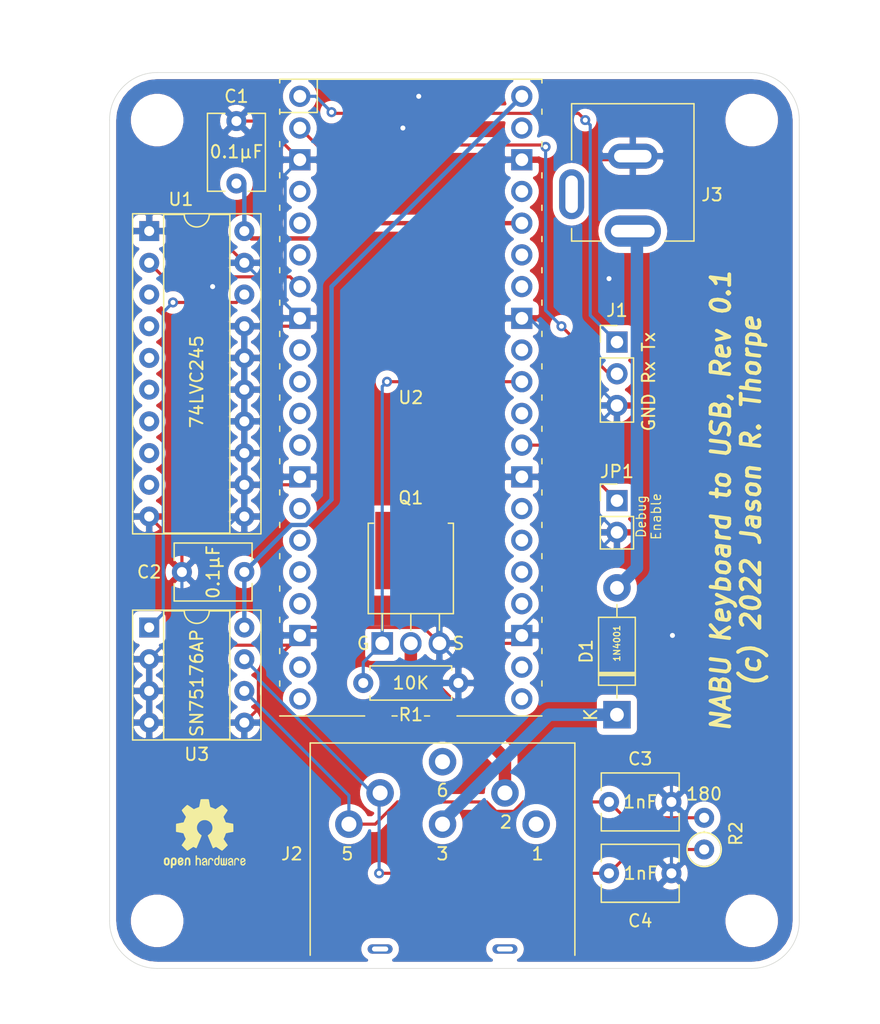
<source format=kicad_pcb>
(kicad_pcb (version 20171130) (host pcbnew "(5.1.12-1-10_14)")
  (title_block (title "NABU Keyboard to USB Adapter") (date 2022-12-19) (rev 0.1) (company "(c) 2022 Jason R. Thorpe. See LICENSE."))
  (layers (0 F.Cu signal) (31 B.Cu signal) (34 B.Paste user) (35 F.Paste user) (36 B.SilkS user) (37 F.SilkS user) (38 B.Mask user) (39 F.Mask user) (44 Edge.Cuts user))
  (net 0 "")
  (net 1 +5V)
  (net 2 GND)
  (net 3 +3V3)
  (net 4 "Net-(J1-Pad1)")
  (net 5 "Net-(J1-Pad2)")
  (net 6 +9V)
  (net 7 "Net-(JP1-Pad1)")
  (net 8 "Net-(Q1-Pad1)")
  (net 9 "Net-(U1-Pad2)")
  (net 10 "Net-(U1-Pad3)")
  (net 11 "Net-(U1-Pad4)")
  (net 12 "Net-(U1-Pad5)")
  (net 13 "Net-(U1-Pad6)")
  (net 14 "Net-(U1-Pad7)")
  (net 15 "Net-(U1-Pad8)")
  (net 16 "Net-(U1-Pad18)")
  (net 17 "Net-(U1-Pad9)")
  (net 18 "Net-(U2-Pad4)")
  (net 19 "Net-(U2-Pad5)")
  (net 20 "Net-(U2-Pad6)")
  (net 21 "Net-(U2-Pad9)")
  (net 22 "Net-(U2-Pad10)")
  (net 23 "Net-(U2-Pad11)")
  (net 24 "Net-(U2-Pad12)")
  (net 25 "Net-(U2-Pad14)")
  (net 26 "Net-(U2-Pad15)")
  (net 27 "Net-(U2-Pad16)")
  (net 28 "Net-(U2-Pad17)")
  (net 29 "Net-(U2-Pad24)")
  (net 30 "Net-(U2-Pad25)")
  (net 31 "Net-(U2-Pad26)")
  (net 32 "Net-(U2-Pad27)")
  (net 33 "Net-(U2-Pad30)")
  (net 34 "Net-(U2-Pad32)")
  (net 35 "Net-(U2-Pad34)")
  (net 36 "Net-(U2-Pad35)")
  (net 37 "Net-(U2-Pad37)")
  (net 38 "Net-(U2-Pad39)")
  (net 39 "Net-(U2-Pad20)")
  (net 40 "Net-(U2-Pad19)")
  (net 41 /9VRET)
  (net 42 "Net-(C3-Pad1)")
  (net 43 "Net-(C4-Pad1)")
  (net 44 "Net-(J2-Pad1)")
  (net 45 "Net-(J2-Pad6)")
  (net 46 "Net-(J3-Pad3)")
  (net 47 "Net-(U2-Pad22)")
  (net 48 "Net-(U2-Pad21)")
  (net 49 "Net-(D1-Pad1)")
  (module Symbol:OSHW-Logo2_7.3x6mm_SilkScreen (layer F.Cu) (at 125.095 124.46)
    (fp_text reference REF** hide)
    (fp_text value OSHW-Logo2_7.3x6mm_SilkScreen hide)
  )
  (module Package_DIP:DIP-8_W7.62mm_Socket (layer F.Cu) (at 120.65 107.95)
    (fp_text reference U3 (at 3.81 10.16) (layer F.SilkS))
    (fp_text value SN75176AP (at 3.81 4.445 90) (layer F.SilkS))
    (pad 1 thru_hole rect (at 0 0) (size 1.6 1.6) (drill 0.8) (layers *.Cu *.Mask) (net 16 "Net-(U1-Pad18)"))
    (pad 5 thru_hole oval (at 7.62 7.62) (size 1.6 1.6) (drill 0.8) (layers *.Cu *.Mask) (net 2 GND))
    (pad 2 thru_hole oval (at 0 2.54) (size 1.6 1.6) (drill 0.8) (layers *.Cu *.Mask) (net 2 GND))
    (pad 6 thru_hole oval (at 7.62 5.08) (size 1.6 1.6) (drill 0.8) (layers *.Cu *.Mask) (net 42 "Net-(C3-Pad1)"))
    (pad 3 thru_hole oval (at 0 5.08) (size 1.6 1.6) (drill 0.8) (layers *.Cu *.Mask) (net 2 GND))
    (pad 7 thru_hole oval (at 7.62 2.54) (size 1.6 1.6) (drill 0.8) (layers *.Cu *.Mask) (net 43 "Net-(C4-Pad1)"))
    (pad 4 thru_hole oval (at 0 7.62) (size 1.6 1.6) (drill 0.8) (layers *.Cu *.Mask) (net 2 GND))
    (pad 8 thru_hole oval (at 7.62 0) (size 1.6 1.6) (drill 0.8) (layers *.Cu *.Mask) (net 1 +5V))
  )
  (module jrt-Connectors:Jack_DIN-6_CLIFF_FC680806 (layer F.Cu) (at 144.145 133.7 180)
    (fp_text reference J2 (at 12.065 7.62) (layer F.SilkS))
    (fp_text value DIN-6 hide)
    (fp_text user 6 (at 0 12.7) (layer F.SilkS))
    (fp_text user 5 (at 7.62 7.62) (layer F.SilkS))
    (fp_text user 3 (at 0 7.62) (layer F.SilkS))
    (fp_text user 2 (at -5.08 10.16) (layer F.SilkS))
    (fp_text user 1 (at -7.62 7.62) (layer F.SilkS))
    (pad 2 thru_hole circle (at -5 12.5 180) (size 2.2 2.2) (drill 1.2) (layers *.Cu *.Mask) (net 41 /9VRET))
    (pad 4 thru_hole circle (at 5 12.5 180) (size 2.2 2.2) (drill 1.2) (layers *.Cu *.Mask) (net 43 "Net-(C4-Pad1)"))
    (pad 6 thru_hole circle (at 0 15 180) (size 2.2 2.2) (drill 1.2) (layers *.Cu *.Mask) (net 45 "Net-(J2-Pad6)"))
    (pad 5 thru_hole circle (at 7.5 10 180) (size 2.2 2.2) (drill 1.2) (layers *.Cu *.Mask) (net 42 "Net-(C3-Pad1)"))
    (pad 1 thru_hole circle (at -7.5 10 180) (size 2.2 2.2) (drill 1.2) (layers *.Cu *.Mask) (net 44 "Net-(J2-Pad1)"))
    (pad 3 thru_hole circle (at 0 10 180) (size 2.2 2.2) (drill 1.2) (layers *.Cu *.Mask) (net 49 "Net-(D1-Pad1)"))
    (pad "" thru_hole oval (at 5 0 180) (size 2 0.75) (drill oval 1.3 0.4) (layers *.Cu *.Mask))
    (pad "" thru_hole oval (at -5 0 180) (size 2 0.75) (drill oval 1.3 0.4) (layers *.Cu *.Mask))
  )
  (module jrt-RPi_Pico:RPi_Pico_TH (layer F.Cu) (at 141.605 89.535)
    (fp_text reference U2 (at 0 0) (layer F.SilkS))
    (fp_text value Pico)
    (pad 40 thru_hole oval (at 8.89 -24.13) (size 1.7 1.7) (drill 1.02) (layers *.Cu *.Mask) (net 1 +5V))
    (pad 39 thru_hole oval (at 8.89 -21.59) (size 1.7 1.7) (drill 1.02) (layers *.Cu *.Mask) (net 38 "Net-(U2-Pad39)"))
    (pad 38 thru_hole rect (at 8.89 -19.05) (size 1.7 1.7) (drill 1.02) (layers *.Cu *.Mask) (net 2 GND))
    (pad 37 thru_hole oval (at 8.89 -16.51) (size 1.7 1.7) (drill 1.02) (layers *.Cu *.Mask) (net 37 "Net-(U2-Pad37)"))
    (pad 36 thru_hole oval (at 8.89 -13.97) (size 1.7 1.7) (drill 1.02) (layers *.Cu *.Mask) (net 3 +3V3))
    (pad 35 thru_hole oval (at 8.89 -11.43) (size 1.7 1.7) (drill 1.02) (layers *.Cu *.Mask) (net 36 "Net-(U2-Pad35)"))
    (pad 34 thru_hole oval (at 8.89 -8.89) (size 1.7 1.7) (drill 1.02) (layers *.Cu *.Mask) (net 35 "Net-(U2-Pad34)"))
    (pad 33 thru_hole rect (at 8.89 -6.35) (size 1.7 1.7) (drill 1.02) (layers *.Cu *.Mask) (net 2 GND))
    (pad 32 thru_hole oval (at 8.89 -3.81) (size 1.7 1.7) (drill 1.02) (layers *.Cu *.Mask) (net 34 "Net-(U2-Pad32)"))
    (pad 31 thru_hole oval (at 8.89 -1.27) (size 1.7 1.7) (drill 1.02) (layers *.Cu *.Mask) (net 8 "Net-(Q1-Pad1)"))
    (pad 30 thru_hole oval (at 8.89 1.27) (size 1.7 1.7) (drill 1.02) (layers *.Cu *.Mask) (net 33 "Net-(U2-Pad30)"))
    (pad 29 thru_hole oval (at 8.89 3.81) (size 1.7 1.7) (drill 1.02) (layers *.Cu *.Mask) (net 7 "Net-(JP1-Pad1)"))
    (pad 28 thru_hole rect (at 8.89 6.35) (size 1.7 1.7) (drill 1.02) (layers *.Cu *.Mask) (net 2 GND))
    (pad 27 thru_hole oval (at 8.89 8.89) (size 1.7 1.7) (drill 1.02) (layers *.Cu *.Mask) (net 32 "Net-(U2-Pad27)"))
    (pad 26 thru_hole oval (at 8.89 11.43) (size 1.7 1.7) (drill 1.02) (layers *.Cu *.Mask) (net 31 "Net-(U2-Pad26)"))
    (pad 25 thru_hole oval (at 8.89 13.97) (size 1.7 1.7) (drill 1.02) (layers *.Cu *.Mask) (net 30 "Net-(U2-Pad25)"))
    (pad 24 thru_hole oval (at 8.89 16.51) (size 1.7 1.7) (drill 1.02) (layers *.Cu *.Mask) (net 29 "Net-(U2-Pad24)"))
    (pad 23 thru_hole rect (at 8.89 19.05) (size 1.7 1.7) (drill 1.02) (layers *.Cu *.Mask) (net 2 GND))
    (pad 22 thru_hole oval (at 8.89 21.59) (size 1.7 1.7) (drill 1.02) (layers *.Cu *.Mask) (net 47 "Net-(U2-Pad22)"))
    (pad 21 thru_hole oval (at 8.89 24.13) (size 1.7 1.7) (drill 1.02) (layers *.Cu *.Mask) (net 48 "Net-(U2-Pad21)"))
    (pad 20 thru_hole oval (at -8.89 24.13) (size 1.7 1.7) (drill 1.02) (layers *.Cu *.Mask) (net 39 "Net-(U2-Pad20)"))
    (pad 19 thru_hole oval (at -8.89 21.59) (size 1.7 1.7) (drill 1.02) (layers *.Cu *.Mask) (net 40 "Net-(U2-Pad19)"))
    (pad 18 thru_hole rect (at -8.89 19.05) (size 1.7 1.7) (drill 1.02) (layers *.Cu *.Mask) (net 2 GND))
    (pad 17 thru_hole oval (at -8.89 16.51) (size 1.7 1.7) (drill 1.02) (layers *.Cu *.Mask) (net 28 "Net-(U2-Pad17)"))
    (pad 16 thru_hole oval (at -8.89 13.97) (size 1.7 1.7) (drill 1.02) (layers *.Cu *.Mask) (net 27 "Net-(U2-Pad16)"))
    (pad 15 thru_hole oval (at -8.89 11.43) (size 1.7 1.7) (drill 1.02) (layers *.Cu *.Mask) (net 26 "Net-(U2-Pad15)"))
    (pad 14 thru_hole oval (at -8.89 8.89) (size 1.7 1.7) (drill 1.02) (layers *.Cu *.Mask) (net 25 "Net-(U2-Pad14)"))
    (pad 13 thru_hole rect (at -8.89 6.35) (size 1.7 1.7) (drill 1.02) (layers *.Cu *.Mask) (net 2 GND))
    (pad 12 thru_hole oval (at -8.89 3.81) (size 1.7 1.7) (drill 1.02) (layers *.Cu *.Mask) (net 24 "Net-(U2-Pad12)"))
    (pad 11 thru_hole oval (at -8.89 1.27) (size 1.7 1.7) (drill 1.02) (layers *.Cu *.Mask) (net 23 "Net-(U2-Pad11)"))
    (pad 10 thru_hole oval (at -8.89 -1.27) (size 1.7 1.7) (drill 1.02) (layers *.Cu *.Mask) (net 22 "Net-(U2-Pad10)"))
    (pad 9 thru_hole oval (at -8.89 -3.81) (size 1.7 1.7) (drill 1.02) (layers *.Cu *.Mask) (net 21 "Net-(U2-Pad9)"))
    (pad 8 thru_hole rect (at -8.89 -6.35) (size 1.7 1.7) (drill 1.02) (layers *.Cu *.Mask) (net 2 GND))
    (pad 7 thru_hole oval (at -8.89 -8.89) (size 1.7 1.7) (drill 1.02) (layers *.Cu *.Mask) (net 9 "Net-(U1-Pad2)"))
    (pad 6 thru_hole oval (at -8.89 -11.43) (size 1.7 1.7) (drill 1.02) (layers *.Cu *.Mask) (net 20 "Net-(U2-Pad6)"))
    (pad 5 thru_hole oval (at -8.89 -13.97) (size 1.7 1.7) (drill 1.02) (layers *.Cu *.Mask) (net 19 "Net-(U2-Pad5)"))
    (pad 4 thru_hole oval (at -8.89 -16.51) (size 1.7 1.7) (drill 1.02) (layers *.Cu *.Mask) (net 18 "Net-(U2-Pad4)"))
    (pad 3 thru_hole rect (at -8.89 -19.05) (size 1.7 1.7) (drill 1.02) (layers *.Cu *.Mask) (net 2 GND))
    (pad 2 thru_hole oval (at -8.89 -21.59) (size 1.7 1.7) (drill 1.02) (layers *.Cu *.Mask) (net 5 "Net-(J1-Pad2)"))
    (pad 1 thru_hole oval (at -8.89 -24.13) (size 1.7 1.7) (drill 1.02) (layers *.Cu *.Mask) (net 4 "Net-(J1-Pad1)"))
  )
  (module MountingHole:MountingHole_3.2mm_M3 (layer F.Cu) (at 168.91 67.31)
    (fp_text reference REF** hide)
    (fp_text value MountingHole_3.2mm_M3 hide)
    (pad 1 np_thru_hole circle (at 0 0) (size 3.2 3.2) (drill 3.2) (layers *.Cu *.Mask))
  )
  (module MountingHole:MountingHole_3.2mm_M3 (layer F.Cu) (at 168.91 131.445)
    (fp_text reference REF** hide)
    (fp_text value MountingHole_3.2mm_M3 hide)
    (pad 1 np_thru_hole circle (at 0 0) (size 3.2 3.2) (drill 3.2) (layers *.Cu *.Mask))
  )
  (module MountingHole:MountingHole_3.2mm_M3 (layer F.Cu) (at 121.285 131.445)
    (fp_text reference REF** hide)
    (fp_text value MountingHole_3.2mm_M3 hide)
    (pad 1 np_thru_hole circle (at 0 0) (size 3.2 3.2) (drill 3.2) (layers *.Cu *.Mask))
  )
  (module MountingHole:MountingHole_3.2mm_M3 (layer F.Cu) (at 121.285 67.31)
    (fp_text reference REF** hide)
    (fp_text value MountingHole_3.2mm_M3 hide)
    (pad 1 np_thru_hole circle (at 0 0) (size 3.2 3.2) (drill 3.2) (layers *.Cu *.Mask))
  )
  (module Connector_PinHeader_2.54mm:PinHeader_1x03_P2.54mm_Vertical (layer F.Cu) (at 158.115 85.09)
    (fp_text reference J1 (at 0 -2.54) (layer F.SilkS))
    (fp_text value "Console UART header" hide)
    (pad 1 thru_hole rect (at 0 0) (size 1.7 1.7) (drill 1) (layers *.Cu *.Mask) (net 4 "Net-(J1-Pad1)"))
    (pad 2 thru_hole oval (at 0 2.54) (size 1.7 1.7) (drill 1) (layers *.Cu *.Mask) (net 5 "Net-(J1-Pad2)"))
    (pad 3 thru_hole oval (at 0 5.08) (size 1.7 1.7) (drill 1) (layers *.Cu *.Mask) (net 2 GND))
  )
  (module Connector_PinHeader_2.54mm:PinHeader_1x02_P2.54mm_Vertical (layer F.Cu) (at 158.115 97.79)
    (fp_text reference JP1 (at 0 -2.33) (layer F.SilkS))
    (fp_text value "Debug Enable" hide)
    (pad 1 thru_hole rect (at 0 0) (size 1.7 1.7) (drill 1) (layers *.Cu *.Mask) (net 7 "Net-(JP1-Pad1)"))
    (pad 2 thru_hole oval (at 0 2.54) (size 1.7 1.7) (drill 1) (layers *.Cu *.Mask) (net 2 GND))
  )
  (module Package_DIP:DIP-20_W7.62mm_Socket (layer F.Cu) (at 120.65 76.2)
    (fp_text reference U1 (at 2.54 -2.54) (layer F.SilkS))
    (fp_text value 74LVC245 (at 3.81 12.065 90) (layer F.SilkS))
    (pad 1 thru_hole rect (at 0 0) (size 1.6 1.6) (drill 0.8) (layers *.Cu *.Mask) (net 2 GND))
    (pad 11 thru_hole oval (at 7.62 22.86) (size 1.6 1.6) (drill 0.8) (layers *.Cu *.Mask) (net 2 GND))
    (pad 2 thru_hole oval (at 0 2.54) (size 1.6 1.6) (drill 0.8) (layers *.Cu *.Mask) (net 9 "Net-(U1-Pad2)"))
    (pad 12 thru_hole oval (at 7.62 20.32) (size 1.6 1.6) (drill 0.8) (layers *.Cu *.Mask) (net 2 GND))
    (pad 3 thru_hole oval (at 0 5.08) (size 1.6 1.6) (drill 0.8) (layers *.Cu *.Mask) (net 10 "Net-(U1-Pad3)"))
    (pad 13 thru_hole oval (at 7.62 17.78) (size 1.6 1.6) (drill 0.8) (layers *.Cu *.Mask) (net 2 GND))
    (pad 4 thru_hole oval (at 0 7.62) (size 1.6 1.6) (drill 0.8) (layers *.Cu *.Mask) (net 11 "Net-(U1-Pad4)"))
    (pad 14 thru_hole oval (at 7.62 15.24) (size 1.6 1.6) (drill 0.8) (layers *.Cu *.Mask) (net 2 GND))
    (pad 5 thru_hole oval (at 0 10.16) (size 1.6 1.6) (drill 0.8) (layers *.Cu *.Mask) (net 12 "Net-(U1-Pad5)"))
    (pad 15 thru_hole oval (at 7.62 12.7) (size 1.6 1.6) (drill 0.8) (layers *.Cu *.Mask) (net 2 GND))
    (pad 6 thru_hole oval (at 0 12.7) (size 1.6 1.6) (drill 0.8) (layers *.Cu *.Mask) (net 13 "Net-(U1-Pad6)"))
    (pad 16 thru_hole oval (at 7.62 10.16) (size 1.6 1.6) (drill 0.8) (layers *.Cu *.Mask) (net 2 GND))
    (pad 7 thru_hole oval (at 0 15.24) (size 1.6 1.6) (drill 0.8) (layers *.Cu *.Mask) (net 14 "Net-(U1-Pad7)"))
    (pad 17 thru_hole oval (at 7.62 7.62) (size 1.6 1.6) (drill 0.8) (layers *.Cu *.Mask) (net 2 GND))
    (pad 8 thru_hole oval (at 0 17.78) (size 1.6 1.6) (drill 0.8) (layers *.Cu *.Mask) (net 15 "Net-(U1-Pad8)"))
    (pad 18 thru_hole oval (at 7.62 5.08) (size 1.6 1.6) (drill 0.8) (layers *.Cu *.Mask) (net 16 "Net-(U1-Pad18)"))
    (pad 9 thru_hole oval (at 0 20.32) (size 1.6 1.6) (drill 0.8) (layers *.Cu *.Mask) (net 17 "Net-(U1-Pad9)"))
    (pad 19 thru_hole oval (at 7.62 2.54) (size 1.6 1.6) (drill 0.8) (layers *.Cu *.Mask) (net 2 GND))
    (pad 10 thru_hole oval (at 0 22.86) (size 1.6 1.6) (drill 0.8) (layers *.Cu *.Mask) (net 2 GND))
    (pad 20 thru_hole oval (at 7.62 0) (size 1.6 1.6) (drill 0.8) (layers *.Cu *.Mask) (net 3 +3V3))
  )
  (module Package_TO_SOT_THT:TO-251-3-1EP_Horizontal_TabDown (layer F.Cu) (at 139.315 109.22)
    (fp_text reference Q1 (at 2.29 -11.653333) (layer F.SilkS))
    (fp_text value IRLU110PBF hide)
    (pad 4 smd rect (at 2.29 -7.433333) (size 5.7 6.2) (layers F.Cu F.Paste F.Mask))
    (pad 1 thru_hole rect (at 0 0) (size 1.7175 1.8) (drill 1.1) (layers *.Cu *.Mask) (net 8 "Net-(Q1-Pad1)"))
    (pad 2 thru_hole oval (at 2.29 0) (size 1.7175 1.8) (drill 1.1) (layers *.Cu *.Mask) (net 41 /9VRET))
    (pad 3 thru_hole oval (at 4.58 0) (size 1.7175 1.8) (drill 1.1) (layers *.Cu *.Mask) (net 2 GND))
  )
  (module Capacitor_THT:C_Disc_D6.0mm_W4.4mm_P5.00mm (layer F.Cu) (at 157.48 121.92)
    (fp_text reference C3 (at 2.5 -3.45) (layer F.SilkS))
    (fp_text value 1nF (at 2.5 0) (layer F.SilkS))
    (pad 1 thru_hole circle (at 0 0) (size 1.6 1.6) (drill 0.8) (layers *.Cu *.Mask) (net 42 "Net-(C3-Pad1)"))
    (pad 2 thru_hole circle (at 5 0) (size 1.6 1.6) (drill 0.8) (layers *.Cu *.Mask) (net 2 GND))
  )
  (module Capacitor_THT:C_Disc_D6.0mm_W4.4mm_P5.00mm (layer F.Cu) (at 157.48 127.635)
    (fp_text reference C4 (at 2.5 3.81) (layer F.SilkS))
    (fp_text value 1nF (at 2.54 0) (layer F.SilkS))
    (pad 2 thru_hole circle (at 5 0) (size 1.6 1.6) (drill 0.8) (layers *.Cu *.Mask) (net 2 GND))
    (pad 1 thru_hole circle (at 0 0) (size 1.6 1.6) (drill 0.8) (layers *.Cu *.Mask) (net 43 "Net-(C4-Pad1)"))
  )
  (module Resistor_THT:R_Axial_DIN0207_L6.3mm_D2.5mm_P7.62mm_Horizontal (layer F.Cu) (at 137.795 112.395)
    (fp_text reference R1 (at 3.81 2.54) (layer F.SilkS))
    (fp_text value 10K (at 3.81 0) (layer F.SilkS))
    (pad 1 thru_hole circle (at 0 0) (size 1.6 1.6) (drill 0.8) (layers *.Cu *.Mask) (net 8 "Net-(Q1-Pad1)"))
    (pad 2 thru_hole oval (at 7.62 0) (size 1.6 1.6) (drill 0.8) (layers *.Cu *.Mask) (net 2 GND))
  )
  (module Resistor_THT:R_Axial_DIN0207_L6.3mm_D2.5mm_P2.54mm_Vertical (layer F.Cu) (at 165.1 125.73 90)
    (fp_text reference R2 (at 1.27 2.54 90) (layer F.SilkS))
    (fp_text value 180 (at 4.445 0 180) (layer F.SilkS))
    (pad 1 thru_hole circle (at 0 0 90) (size 1.6 1.6) (drill 0.8) (layers *.Cu *.Mask) (net 43 "Net-(C4-Pad1)"))
    (pad 2 thru_hole oval (at 2.54 0 90) (size 1.6 1.6) (drill 0.8) (layers *.Cu *.Mask) (net 42 "Net-(C3-Pad1)"))
  )
  (module Capacitor_THT:C_Disc_D6.0mm_W4.4mm_P5.00mm (layer F.Cu) (at 127.635 72.39 90)
    (fp_text reference C1 (at 6.985 0 180) (layer F.SilkS))
    (fp_text value 0.1µF (at 2.54 0 180) (layer F.SilkS))
    (pad 1 thru_hole circle (at 0 0 90) (size 1.6 1.6) (drill 0.8) (layers *.Cu *.Mask) (net 3 +3V3))
    (pad 2 thru_hole circle (at 5 0 90) (size 1.6 1.6) (drill 0.8) (layers *.Cu *.Mask) (net 2 GND))
  )
  (module Capacitor_THT:C_Disc_D6.0mm_W4.4mm_P5.00mm (layer F.Cu) (at 128.27 103.505 180)
    (fp_text reference C2 (at 7.62 0) (layer F.SilkS))
    (fp_text value 0.1µF (at 2.5 0 90) (layer F.SilkS))
    (pad 2 thru_hole circle (at 5 0 180) (size 1.6 1.6) (drill 0.8) (layers *.Cu *.Mask) (net 2 GND))
    (pad 1 thru_hole circle (at 0 0 180) (size 1.6 1.6) (drill 0.8) (layers *.Cu *.Mask) (net 1 +5V))
  )
  (module jrt-Connectors:Kobiconn_163-179PH-EX-5_5-2_1mm-1_5A (layer F.Cu) (at 159.385 62.5)
    (fp_text reference J3 (at 6.35 10.795) (layer F.SilkS))
    (fp_text value "9V input" hide)
    (pad 2 thru_hole oval (at 0 7.7) (size 4 2) (drill oval 3 1) (layers *.Cu *.Mask) (net 2 GND))
    (pad 1 thru_hole oval (at 0 13.7) (size 4.5 2.5) (drill oval 3.5 1) (layers *.Cu *.Mask) (net 6 +9V))
    (pad 3 thru_hole oval (at -4.9 10.75 270) (size 4 2) (drill oval 3 1) (layers *.Cu *.Mask) (net 46 "Net-(J3-Pad3)"))
  )
  (module Diode_THT:D_DO-41_SOD81_P10.16mm_Horizontal (layer F.Cu) (at 158.115 114.935 90)
    (fp_text reference D1 (at 5.08 -2.47 90) (layer F.SilkS))
    (fp_text value 1N4001 (at 5.715 0 90) (layer F.SilkS) (effects (font (size 0.5 0.5) (thickness 0.1))))
    (fp_text user K (at 0 -2.1 90) (layer F.SilkS))
    (pad 1 thru_hole rect (at 0 0 90) (size 2.2 2.2) (drill 1.1) (layers *.Cu *.Mask) (net 49 "Net-(D1-Pad1)"))
    (pad 2 thru_hole oval (at 10.16 0 90) (size 2.2 2.2) (drill 1.1) (layers *.Cu *.Mask) (net 6 +9V))
  )
  (gr_text S (at 145.415 109.22) (layer F.SilkS) (effects (font (size 1 1))))
  (gr_text G (at 137.795 109.22) (layer F.SilkS) (effects (font (size 1 1))))
  (gr_text "NABU Keyboard to USB, Rev 0.1\n(c) 2022 Jason R. Thorpe" (at 167.64 97.79 90) (layer F.SilkS) (effects (font (size 1.5 1.5) (thickness 0.3) italic)))
  (gr_arc (start 121.285 131.445) (end 117.475 131.445) (angle -90) (layer Edge.Cuts) (width 0.05))
  (gr_arc (start 168.91 131.445) (end 168.91 135.255) (angle -90) (layer Edge.Cuts) (width 0.05))
  (gr_arc (start 168.91 67.31) (end 172.72 67.31) (angle -90) (layer Edge.Cuts) (width 0.05))
  (gr_arc (start 121.285 67.31) (end 121.285 63.5) (angle -90) (layer Edge.Cuts) (width 0.05))
  (gr_line (start 117.475 131.445) (end 117.475 67.31) (layer Edge.Cuts) (width 0.05))
  (gr_line (start 168.91 135.255) (end 121.285 135.255) (layer Edge.Cuts) (width 0.05))
  (gr_line (start 172.72 67.31) (end 172.72 131.445) (layer Edge.Cuts) (width 0.05))
  (gr_line (start 121.285 63.5) (end 168.91 63.5) (layer Edge.Cuts) (width 0.05))
  (gr_text "Debug\nEnable" (at 160.655 99.06 90) (layer F.SilkS) (effects (font (size 0.75 0.75) (thickness 0.1))))
  (gr_text "GND Rx Tx" (at 160.655 88.265 90) (layer F.SilkS) (effects (font (size 1 1))))
  (segment (start 133.213003 99.739999) (end 132.035001 99.739999) (width 0.35) (layer B.Cu) (net 1))
  (segment (start 135.255 80.645) (end 135.255 97.698002) (width 0.35) (layer B.Cu) (net 1))
  (segment (start 135.255 97.698002) (end 133.213003 99.739999) (width 0.35) (layer B.Cu) (net 1))
  (segment (start 150.495 65.405) (end 135.255 80.645) (width 0.35) (layer B.Cu) (net 1))
  (segment (start 128.27 107.95) (end 128.27 103.505) (width 0.35) (layer B.Cu) (net 1))
  (segment (start 132.035001 99.739999) (end 128.27 103.505) (width 0.35) (layer B.Cu) (net 1))
  (segment (start 142.61999 107.94499) (end 143.895 109.22) (width 0.25) (layer F.Cu) (net 2))
  (segment (start 133.35501 107.94499) (end 142.61999 107.94499) (width 0.25) (layer F.Cu) (net 2))
  (segment (start 132.715 108.585) (end 133.35501 107.94499) (width 0.25) (layer F.Cu) (net 2))
  (segment (start 149.86 109.22) (end 150.495 108.585) (width 0.25) (layer F.Cu) (net 2))
  (segment (start 143.895 109.22) (end 149.86 109.22) (width 0.25) (layer F.Cu) (net 2))
  (segment (start 152.4 95.885) (end 158.115 90.17) (width 0.25) (layer B.Cu) (net 2))
  (segment (start 150.495 95.885) (end 152.4 95.885) (width 0.25) (layer B.Cu) (net 2))
  (segment (start 153.67 95.885) (end 158.115 100.33) (width 0.25) (layer B.Cu) (net 2))
  (segment (start 150.495 95.885) (end 153.67 95.885) (width 0.25) (layer B.Cu) (net 2))
  (segment (start 128.27 99.06) (end 128.27 96.52) (width 0.25) (layer B.Cu) (net 2))
  (segment (start 128.27 96.52) (end 128.27 93.98) (width 0.25) (layer B.Cu) (net 2))
  (segment (start 128.27 93.98) (end 128.27 91.44) (width 0.25) (layer B.Cu) (net 2))
  (segment (start 128.27 91.44) (end 128.27 88.9) (width 0.25) (layer B.Cu) (net 2))
  (segment (start 128.27 88.9) (end 128.27 86.36) (width 0.25) (layer B.Cu) (net 2))
  (segment (start 128.27 86.36) (end 128.27 83.82) (width 0.25) (layer B.Cu) (net 2))
  (segment (start 132.08 83.82) (end 132.715 83.185) (width 0.25) (layer F.Cu) (net 2))
  (segment (start 128.27 83.82) (end 132.08 83.82) (width 0.25) (layer F.Cu) (net 2))
  (segment (start 132.08 96.52) (end 132.715 95.885) (width 0.25) (layer F.Cu) (net 2))
  (segment (start 128.27 96.52) (end 132.08 96.52) (width 0.25) (layer F.Cu) (net 2))
  (segment (start 125.73 76.2) (end 128.27 78.74) (width 0.25) (layer F.Cu) (net 2))
  (segment (start 120.65 76.2) (end 125.73 76.2) (width 0.25) (layer F.Cu) (net 2))
  (segment (start 129.62 67.39) (end 132.715 70.485) (width 0.25) (layer F.Cu) (net 2))
  (segment (start 128.27 67.39) (end 129.62 67.39) (width 0.25) (layer F.Cu) (net 2))
  (segment (start 131.539999 82.009999) (end 132.715 83.185) (width 0.25) (layer B.Cu) (net 2))
  (segment (start 131.539999 71.660001) (end 131.539999 82.009999) (width 0.25) (layer B.Cu) (net 2))
  (segment (start 132.715 70.485) (end 131.539999 71.660001) (width 0.25) (layer B.Cu) (net 2))
  (segment (start 151.13 83.185) (end 158.115 90.17) (width 0.25) (layer B.Cu) (net 2))
  (segment (start 150.495 83.185) (end 151.13 83.185) (width 0.25) (layer B.Cu) (net 2))
  (segment (start 128.27 78.74) (end 132.715 83.185) (width 0.25) (layer B.Cu) (net 2))
  (segment (start 145.415 110.74) (end 143.895 109.22) (width 0.25) (layer B.Cu) (net 2))
  (segment (start 145.415 112.395) (end 145.415 110.74) (width 0.25) (layer B.Cu) (net 2))
  (segment (start 162.48 127.635) (end 162.48 121.92) (width 0.25) (layer B.Cu) (net 2))
  (segment (start 162.48 108.665) (end 162.56 108.585) (width 0.25) (layer B.Cu) (net 2))
  (via (at 162.56 108.585) (size 0.8) (drill 0.4) (layers F.Cu B.Cu) (net 2))
  (segment (start 162.48 121.92) (end 162.48 108.665) (width 0.25) (layer B.Cu) (net 2))
  (segment (start 162.56 108.585) (end 150.495 108.585) (width 0.25) (layer F.Cu) (net 2))
  (segment (start 150.495 107.95) (end 158.115 100.33) (width 0.25) (layer B.Cu) (net 2))
  (segment (start 150.495 108.585) (end 150.495 107.95) (width 0.25) (layer B.Cu) (net 2))
  (segment (start 158.83 70.485) (end 159.385 69.93) (width 0.25) (layer F.Cu) (net 2))
  (segment (start 129.395001 111.904999) (end 132.715 108.585) (width 0.25) (layer F.Cu) (net 2))
  (segment (start 129.395001 114.444999) (end 129.395001 111.904999) (width 0.25) (layer F.Cu) (net 2))
  (segment (start 128.27 115.57) (end 129.395001 114.444999) (width 0.25) (layer F.Cu) (net 2))
  (segment (start 120.65 110.49) (end 120.65 113.03) (width 0.25) (layer B.Cu) (net 2))
  (segment (start 120.65 113.03) (end 120.65 115.57) (width 0.25) (layer B.Cu) (net 2))
  (segment (start 121.775001 109.364999) (end 120.65 110.49) (width 0.25) (layer F.Cu) (net 2))
  (segment (start 131.935001 109.364999) (end 121.775001 109.364999) (width 0.25) (layer F.Cu) (net 2))
  (segment (start 132.715 108.585) (end 131.935001 109.364999) (width 0.25) (layer F.Cu) (net 2))
  (segment (start 123.27 107.87) (end 123.27 103.505) (width 0.25) (layer B.Cu) (net 2))
  (segment (start 120.65 110.49) (end 123.27 107.87) (width 0.25) (layer B.Cu) (net 2))
  (segment (start 127.715 99.06) (end 128.27 99.06) (width 0.25) (layer B.Cu) (net 2))
  (segment (start 123.27 103.505) (end 127.715 99.06) (width 0.25) (layer B.Cu) (net 2))
  (segment (start 123.27 101.68) (end 120.65 99.06) (width 0.25) (layer F.Cu) (net 2))
  (segment (start 123.27 103.505) (end 123.27 101.68) (width 0.25) (layer F.Cu) (net 2))
  (via (at 142.24 65.405) (size 0.8) (drill 0.4) (layers F.Cu B.Cu) (net 2))
  (via (at 140.97 67.945) (size 0.8) (drill 0.4) (layers F.Cu B.Cu) (net 2))
  (via (at 125.73 80.645) (size 0.8) (drill 0.4) (layers F.Cu B.Cu) (net 2))
  (via (at 157.48 80.01) (size 0.8) (drill 0.4) (layers F.Cu B.Cu) (net 2))
  (segment (start 159.1 70.485) (end 159.385 70.2) (width 0.25) (layer F.Cu) (net 2))
  (segment (start 150.495 70.485) (end 159.1 70.485) (width 0.25) (layer F.Cu) (net 2))
  (segment (start 128.27 72.39) (end 128.27 76.2) (width 0.35) (layer B.Cu) (net 3))
  (segment (start 128.27 76.2) (end 128.860001 76.790001) (width 0.35) (layer F.Cu) (net 3))
  (segment (start 128.860001 76.790001) (end 135.422995 76.790001) (width 0.35) (layer F.Cu) (net 3))
  (segment (start 135.422995 76.790001) (end 136.647996 75.565) (width 0.35) (layer F.Cu) (net 3))
  (segment (start 136.647996 75.565) (end 150.495 75.565) (width 0.35) (layer F.Cu) (net 3))
  (via (at 155.575 67.31) (size 0.8) (drill 0.4) (layers F.Cu B.Cu) (net 4))
  (segment (start 155.034999 66.769999) (end 155.575 67.31) (width 0.25) (layer F.Cu) (net 4))
  (segment (start 135.349999 66.769999) (end 155.034999 66.769999) (width 0.25) (layer F.Cu) (net 4))
  (segment (start 157.259988 84.234988) (end 158.115 85.09) (width 0.25) (layer B.Cu) (net 4))
  (segment (start 133.985 65.405) (end 135.255 66.675) (width 0.25) (layer B.Cu) (net 4))
  (via (at 135.255 66.675) (size 0.8) (drill 0.4) (layers F.Cu B.Cu) (net 4))
  (segment (start 132.715 65.405) (end 133.985 65.405) (width 0.25) (layer B.Cu) (net 4))
  (segment (start 155.974999 82.949999) (end 158.115 85.09) (width 0.25) (layer B.Cu) (net 4))
  (segment (start 155.974999 67.709999) (end 155.974999 82.949999) (width 0.25) (layer B.Cu) (net 4))
  (segment (start 155.575 67.31) (end 155.974999 67.709999) (width 0.25) (layer B.Cu) (net 4))
  (via (at 153.67 83.82) (size 0.8) (drill 0.4) (layers F.Cu B.Cu) (net 5))
  (segment (start 157.48 87.63) (end 158.115 87.63) (width 0.25) (layer F.Cu) (net 5))
  (segment (start 153.67 83.82) (end 157.48 87.63) (width 0.25) (layer F.Cu) (net 5))
  (via (at 152.4 69.455165) (size 0.8) (drill 0.4) (layers F.Cu B.Cu) (net 5))
  (segment (start 153.67 83.82) (end 152.4 82.55) (width 0.25) (layer B.Cu) (net 5))
  (segment (start 152.249845 69.30501) (end 152.4 69.455165) (width 0.25) (layer F.Cu) (net 5))
  (segment (start 134.07501 69.30501) (end 152.249845 69.30501) (width 0.25) (layer F.Cu) (net 5))
  (segment (start 132.715 67.945) (end 134.07501 69.30501) (width 0.25) (layer F.Cu) (net 5))
  (segment (start 152.4 82.55) (end 152.4 69.455165) (width 0.25) (layer B.Cu) (net 5))
  (segment (start 159.385 75.93) (end 159.715001 76.260001) (width 1) (layer B.Cu) (net 6))
  (segment (start 159.715001 103.174999) (end 158.115 104.775) (width 1) (layer B.Cu) (net 6))
  (segment (start 159.715001 76.530001) (end 159.715001 103.174999) (width 1) (layer B.Cu) (net 6))
  (segment (start 159.385 76.2) (end 159.715001 76.530001) (width 1) (layer B.Cu) (net 6))
  (segment (start 153.67 93.345) (end 158.115 97.79) (width 0.25) (layer F.Cu) (net 7))
  (segment (start 150.495 93.345) (end 153.67 93.345) (width 0.25) (layer F.Cu) (net 7))
  (segment (start 139.065 109.47) (end 139.315 109.22) (width 0.25) (layer B.Cu) (net 8))
  (via (at 139.7 88.265) (size 0.8) (drill 0.4) (layers F.Cu B.Cu) (net 8))
  (segment (start 139.315 88.65) (end 139.7 88.265) (width 0.25) (layer B.Cu) (net 8))
  (segment (start 139.315 109.22) (end 139.315 88.65) (width 0.25) (layer B.Cu) (net 8))
  (segment (start 139.7 88.265) (end 150.495 88.265) (width 0.25) (layer F.Cu) (net 8))
  (segment (start 137.795 110.74) (end 139.315 109.22) (width 0.25) (layer B.Cu) (net 8))
  (segment (start 137.795 112.395) (end 137.795 110.74) (width 0.25) (layer B.Cu) (net 8))
  (segment (start 120.65 78.74) (end 121.775001 79.865001) (width 0.25) (layer F.Cu) (net 9))
  (segment (start 131.935001 79.865001) (end 132.715 80.645) (width 0.25) (layer F.Cu) (net 9))
  (segment (start 121.775001 79.865001) (end 131.935001 79.865001) (width 0.25) (layer F.Cu) (net 9))
  (segment (start 127.635 81.915) (end 122.555 81.915) (width 0.25) (layer F.Cu) (net 16))
  (segment (start 128.27 81.28) (end 127.635 81.915) (width 0.25) (layer F.Cu) (net 16))
  (via (at 122.555 81.915) (size 0.8) (drill 0.4) (layers F.Cu B.Cu) (net 16))
  (segment (start 121.775001 82.694999) (end 122.555 81.915) (width 0.25) (layer B.Cu) (net 16))
  (segment (start 121.775001 106.824999) (end 121.775001 82.694999) (width 0.25) (layer B.Cu) (net 16))
  (segment (start 120.65 107.95) (end 121.775001 106.824999) (width 0.25) (layer B.Cu) (net 16))
  (segment (start 141.605 110.879002) (end 141.605 109.22) (width 1) (layer F.Cu) (net 41))
  (segment (start 149.145 118.419002) (end 141.605 110.879002) (width 1) (layer F.Cu) (net 41))
  (segment (start 149.145 121.2) (end 149.145 118.419002) (width 1) (layer F.Cu) (net 41))
  (segment (start 158.75 123.19) (end 157.48 121.92) (width 0.25) (layer F.Cu) (net 42))
  (segment (start 165.1 123.19) (end 158.75 123.19) (width 0.25) (layer F.Cu) (net 42))
  (segment (start 138.754002 123.7) (end 136.645 123.7) (width 0.25) (layer F.Cu) (net 42))
  (segment (start 140.534002 121.92) (end 138.754002 123.7) (width 0.25) (layer F.Cu) (net 42))
  (segment (start 147.681998 121.92) (end 140.534002 121.92) (width 0.25) (layer F.Cu) (net 42))
  (segment (start 148.436999 122.675001) (end 147.681998 121.92) (width 0.25) (layer F.Cu) (net 42))
  (segment (start 149.853001 122.675001) (end 148.436999 122.675001) (width 0.25) (layer F.Cu) (net 42))
  (segment (start 150.608002 121.92) (end 149.853001 122.675001) (width 0.25) (layer F.Cu) (net 42))
  (segment (start 157.48 121.92) (end 150.608002 121.92) (width 0.25) (layer F.Cu) (net 42))
  (segment (start 136.645 121.405) (end 136.645 123.7) (width 0.25) (layer B.Cu) (net 42))
  (segment (start 128.27 113.03) (end 136.645 121.405) (width 0.25) (layer B.Cu) (net 42))
  (segment (start 159.385 125.73) (end 157.48 127.635) (width 0.25) (layer F.Cu) (net 43))
  (segment (start 165.1 125.73) (end 159.385 125.73) (width 0.25) (layer F.Cu) (net 43))
  (via (at 139.065 127.635) (size 0.8) (drill 0.4) (layers F.Cu B.Cu) (net 43))
  (segment (start 157.48 127.635) (end 139.065 127.635) (width 0.25) (layer F.Cu) (net 43))
  (segment (start 139.065 120.93) (end 139.145 120.85) (width 0.25) (layer B.Cu) (net 43))
  (segment (start 138.510998 121.2) (end 139.145 121.2) (width 0.25) (layer B.Cu) (net 43))
  (segment (start 129.395001 112.084003) (end 138.510998 121.2) (width 0.25) (layer B.Cu) (net 43))
  (segment (start 129.395001 111.615001) (end 129.395001 112.084003) (width 0.25) (layer B.Cu) (net 43))
  (segment (start 128.27 110.49) (end 129.395001 111.615001) (width 0.25) (layer B.Cu) (net 43))
  (segment (start 139.065 121.28) (end 139.145 121.2) (width 0.25) (layer B.Cu) (net 43))
  (segment (start 139.065 127.635) (end 139.065 121.28) (width 0.25) (layer B.Cu) (net 43))
  (segment (start 144.145 123.111998) (end 144.145 123.35) (width 1) (layer B.Cu) (net 49))
  (segment (start 144.145 123.461998) (end 144.145 123.7) (width 1) (layer B.Cu) (net 49))
  (segment (start 152.671998 114.935) (end 144.145 123.461998) (width 1) (layer B.Cu) (net 49))
  (segment (start 158.115 114.935) (end 152.671998 114.935) (width 1) (layer B.Cu) (net 49))
  (zone (net 2) (net_name GND) (layer B.Cu) (connect_pads (clearance 0.508)) (min_thickness 0.254) (fill yes (arc_segments 32) (thermal_gap 0.508) (thermal_bridge_width 0.508))
    (polygon (pts (xy 172.72 135.255) (xy 117.475 135.255) (xy 117.475 63.5) (xy 172.72 63.5)))
  )
  (zone (net 2) (net_name GND) (layer F.Cu) (connect_pads (clearance 0.508)) (min_thickness 0.254) (fill yes (arc_segments 32) (thermal_gap 0.508) (thermal_bridge_width 0.508))
    (polygon (pts (xy 172.72 135.255) (xy 117.475 135.255) (xy 117.475 63.5) (xy 172.72 63.5)))
  )
)
</source>
